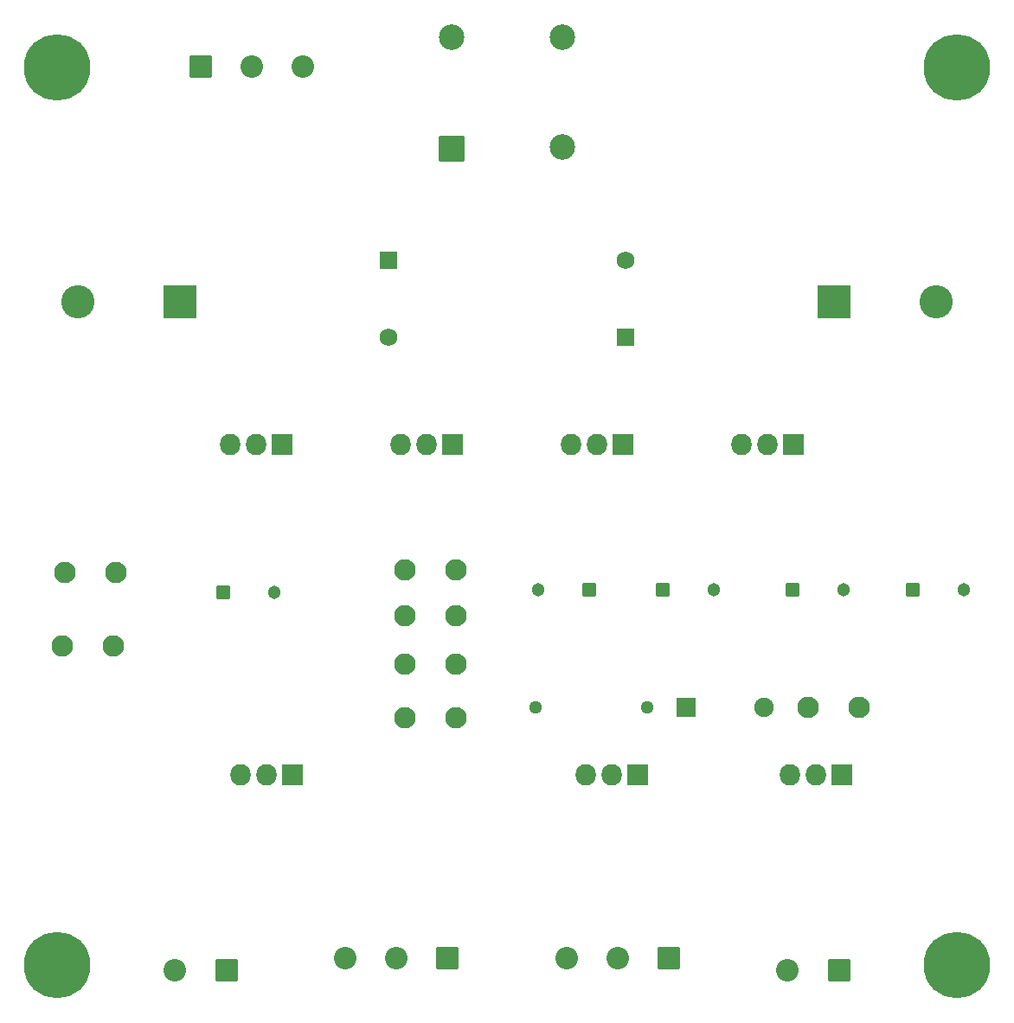
<source format=gbr>
%TF.GenerationSoftware,KiCad,Pcbnew,(6.0.0)*%
%TF.CreationDate,2022-01-23T17:01:15-03:00*%
%TF.ProjectId,Circuito fuente,43697263-7569-4746-9f20-6675656e7465,V02*%
%TF.SameCoordinates,Original*%
%TF.FileFunction,Soldermask,Bot*%
%TF.FilePolarity,Negative*%
%FSLAX46Y46*%
G04 Gerber Fmt 4.6, Leading zero omitted, Abs format (unit mm)*
G04 Created by KiCad (PCBNEW (6.0.0)) date 2022-01-23 17:01:15*
%MOMM*%
%LPD*%
G01*
G04 APERTURE LIST*
G04 Aperture macros list*
%AMRoundRect*
0 Rectangle with rounded corners*
0 $1 Rounding radius*
0 $2 $3 $4 $5 $6 $7 $8 $9 X,Y pos of 4 corners*
0 Add a 4 corners polygon primitive as box body*
4,1,4,$2,$3,$4,$5,$6,$7,$8,$9,$2,$3,0*
0 Add four circle primitives for the rounded corners*
1,1,$1+$1,$2,$3*
1,1,$1+$1,$4,$5*
1,1,$1+$1,$6,$7*
1,1,$1+$1,$8,$9*
0 Add four rect primitives between the rounded corners*
20,1,$1+$1,$2,$3,$4,$5,0*
20,1,$1+$1,$4,$5,$6,$7,0*
20,1,$1+$1,$6,$7,$8,$9,0*
20,1,$1+$1,$8,$9,$2,$3,0*%
G04 Aperture macros list end*
%ADD10RoundRect,0.050800X1.050000X1.050000X-1.050000X1.050000X-1.050000X-1.050000X1.050000X-1.050000X0*%
%ADD11C,2.201600*%
%ADD12RoundRect,0.050800X0.825000X-0.825000X0.825000X0.825000X-0.825000X0.825000X-0.825000X-0.825000X0*%
%ADD13C,1.751600*%
%ADD14RoundRect,0.050800X-0.825000X0.825000X-0.825000X-0.825000X0.825000X-0.825000X0.825000X0.825000X0*%
%ADD15C,1.291600*%
%ADD16RoundRect,0.050800X-0.600000X-0.600000X0.600000X-0.600000X0.600000X0.600000X-0.600000X0.600000X0*%
%ADD17C,1.301600*%
%ADD18RoundRect,0.050800X0.600000X0.600000X-0.600000X0.600000X-0.600000X-0.600000X0.600000X-0.600000X0*%
%ADD19O,2.006600X2.101600*%
%ADD20RoundRect,0.050800X0.952500X1.000000X-0.952500X1.000000X-0.952500X-1.000000X0.952500X-1.000000X0*%
%ADD21RoundRect,0.050800X-1.050000X-1.050000X1.050000X-1.050000X1.050000X1.050000X-1.050000X1.050000X0*%
%ADD22C,6.501600*%
%ADD23C,0.901600*%
%ADD24C,2.501600*%
%ADD25RoundRect,0.050800X-1.200000X1.200000X-1.200000X-1.200000X1.200000X-1.200000X1.200000X1.200000X0*%
%ADD26RoundRect,0.050800X-0.900000X-0.900000X0.900000X-0.900000X0.900000X0.900000X-0.900000X0.900000X0*%
%ADD27O,1.901600X1.901600*%
%ADD28C,2.101600*%
%ADD29RoundRect,0.050800X-1.575000X-1.575000X1.575000X-1.575000X1.575000X1.575000X-1.575000X1.575000X0*%
%ADD30C,3.251600*%
%ADD31RoundRect,0.050800X1.575000X1.575000X-1.575000X1.575000X-1.575000X-1.575000X1.575000X-1.575000X0*%
G04 APERTURE END LIST*
D10*
%TO.C,U3*%
X163809500Y-120750000D03*
D11*
X158809500Y-120750000D03*
X153809500Y-120750000D03*
%TD*%
%TO.C,U5*%
X132190500Y-120750000D03*
X137190500Y-120750000D03*
D10*
X142190500Y-120750000D03*
%TD*%
D12*
%TO.C,C14*%
X159608332Y-60000000D03*
D13*
X159608332Y-52500000D03*
%TD*%
D14*
%TO.C,C10*%
X136391666Y-52500000D03*
D13*
X136391666Y-60000000D03*
%TD*%
D15*
%TO.C,R1*%
X150785000Y-96250000D03*
X161715000Y-96250000D03*
%TD*%
D16*
%TO.C,C24*%
X175943250Y-84750000D03*
D17*
X180943250Y-84750000D03*
%TD*%
%TO.C,C21*%
X168250000Y-84750000D03*
D16*
X163250000Y-84750000D03*
%TD*%
D17*
%TO.C,C20*%
X151056750Y-84750000D03*
D18*
X156056750Y-84750000D03*
%TD*%
D10*
%TO.C,U2*%
X120540000Y-121979653D03*
D11*
X115460000Y-121979653D03*
%TD*%
D10*
%TO.C,U6*%
X180540000Y-121979653D03*
D11*
X175460000Y-121979653D03*
%TD*%
D19*
%TO.C,U45*%
X175710000Y-102805000D03*
X178250000Y-102805000D03*
D20*
X180790000Y-102805000D03*
%TD*%
%TO.C,U41*%
X176000000Y-70500000D03*
D19*
X173460000Y-70500000D03*
X170920000Y-70500000D03*
%TD*%
D20*
%TO.C,U40*%
X126000000Y-70500000D03*
D19*
X123460000Y-70500000D03*
X120920000Y-70500000D03*
%TD*%
%TO.C,U39*%
X154253332Y-70500000D03*
X156793332Y-70500000D03*
D20*
X159333332Y-70500000D03*
%TD*%
D19*
%TO.C,U35*%
X137586666Y-70500000D03*
X140126666Y-70500000D03*
D20*
X142666666Y-70500000D03*
%TD*%
D19*
%TO.C,U4*%
X121920000Y-102805000D03*
X124460000Y-102805000D03*
D20*
X127000000Y-102805000D03*
%TD*%
D21*
%TO.C,U1*%
X118000000Y-33500000D03*
D11*
X123000000Y-33500000D03*
X128000000Y-33500000D03*
%TD*%
D19*
%TO.C,Q1*%
X155670000Y-102805000D03*
X158210000Y-102805000D03*
D20*
X160750000Y-102805000D03*
%TD*%
D22*
%TO.C,H4*%
X104000000Y-33550000D03*
D23*
X106400000Y-33550000D03*
X105697056Y-35247056D03*
X104000000Y-35950000D03*
X102302944Y-35247056D03*
X101600000Y-33550000D03*
X102302944Y-31852944D03*
X104000000Y-31150000D03*
X105697056Y-31852944D03*
%TD*%
D22*
%TO.C,H3*%
X192000000Y-33550000D03*
D23*
X194400000Y-33550000D03*
X193697056Y-35247056D03*
X192000000Y-35950000D03*
X190302944Y-35247056D03*
X189600000Y-33550000D03*
X190302944Y-31852944D03*
X192000000Y-31150000D03*
X193697056Y-31852944D03*
%TD*%
D22*
%TO.C,H2*%
X192000000Y-121500000D03*
D23*
X194400000Y-121500000D03*
X193697056Y-123197056D03*
X192000000Y-123900000D03*
X190302944Y-123197056D03*
X189600000Y-121500000D03*
X190302944Y-119802944D03*
X192000000Y-119100000D03*
X193697056Y-119802944D03*
%TD*%
D22*
%TO.C,H1*%
X104000000Y-121500000D03*
D23*
X106400000Y-121500000D03*
X105697056Y-123197056D03*
X104000000Y-123900000D03*
X102302944Y-123197056D03*
X101600000Y-121500000D03*
X102302944Y-119802944D03*
X104000000Y-119100000D03*
X105697056Y-119802944D03*
%TD*%
D24*
%TO.C,D2*%
X153450000Y-30600000D03*
X142550000Y-30600000D03*
D25*
X142550000Y-41500000D03*
D24*
X153450000Y-41400000D03*
%TD*%
D26*
%TO.C,D1*%
X165490000Y-96250000D03*
D27*
X173110000Y-96250000D03*
%TD*%
D17*
%TO.C,C27*%
X125250000Y-85000000D03*
D16*
X120250000Y-85000000D03*
%TD*%
D28*
%TO.C,C26*%
X177500000Y-96250000D03*
X182500000Y-96250000D03*
%TD*%
D17*
%TO.C,C25*%
X192693250Y-84750000D03*
D16*
X187693250Y-84750000D03*
%TD*%
D28*
%TO.C,C23*%
X143000000Y-97250000D03*
X138000000Y-97250000D03*
%TD*%
%TO.C,C22*%
X143000000Y-92000000D03*
X138000000Y-92000000D03*
%TD*%
%TO.C,C19*%
X143000000Y-87250000D03*
X138000000Y-87250000D03*
%TD*%
%TO.C,C18*%
X143000000Y-82750000D03*
X138000000Y-82750000D03*
%TD*%
%TO.C,C17*%
X109500000Y-90250000D03*
X104500000Y-90250000D03*
%TD*%
%TO.C,C16*%
X104750000Y-83000000D03*
X109750000Y-83000000D03*
%TD*%
D29*
%TO.C,C12*%
X180000000Y-56500000D03*
D30*
X190000000Y-56500000D03*
%TD*%
D31*
%TO.C,C8*%
X116000000Y-56500000D03*
D30*
X106000000Y-56500000D03*
%TD*%
M02*

</source>
